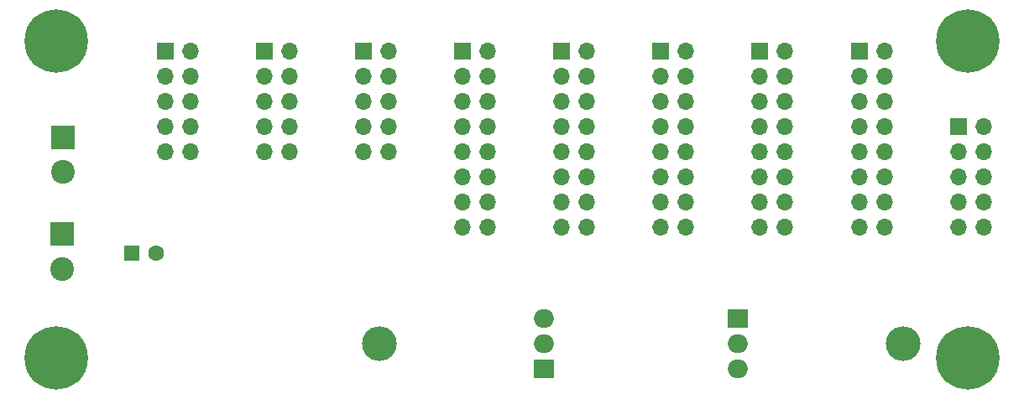
<source format=gbr>
%TF.GenerationSoftware,KiCad,Pcbnew,8.0.0*%
%TF.CreationDate,2024-09-10T09:18:46-07:00*%
%TF.ProjectId,power_v2,706f7765-725f-4763-922e-6b696361645f,rev?*%
%TF.SameCoordinates,Original*%
%TF.FileFunction,Soldermask,Bot*%
%TF.FilePolarity,Negative*%
%FSLAX46Y46*%
G04 Gerber Fmt 4.6, Leading zero omitted, Abs format (unit mm)*
G04 Created by KiCad (PCBNEW 8.0.0) date 2024-09-10 09:18:46*
%MOMM*%
%LPD*%
G01*
G04 APERTURE LIST*
%ADD10R,1.700000X1.700000*%
%ADD11O,1.700000X1.700000*%
%ADD12O,3.500000X3.500000*%
%ADD13R,2.000000X1.905000*%
%ADD14O,2.000000X1.905000*%
%ADD15C,6.400000*%
%ADD16R,1.600000X1.600000*%
%ADD17C,1.600000*%
%ADD18R,2.400000X2.400000*%
%ADD19C,2.400000*%
G04 APERTURE END LIST*
D10*
%TO.C,J7*%
X145000000Y-80000000D03*
D11*
X147540000Y-80000000D03*
X145000000Y-82540000D03*
X147540000Y-82540000D03*
X145000000Y-85080000D03*
X147540000Y-85080000D03*
X145000000Y-87620000D03*
X147540000Y-87620000D03*
X145000000Y-90160000D03*
X147540000Y-90160000D03*
X145000000Y-92700000D03*
X147540000Y-92700000D03*
X145000000Y-95240000D03*
X147540000Y-95240000D03*
X145000000Y-97780000D03*
X147540000Y-97780000D03*
%TD*%
D12*
%TO.C,U3*%
X136570000Y-109600000D03*
D13*
X153230000Y-112140000D03*
D14*
X153230000Y-109600000D03*
X153230000Y-107060000D03*
%TD*%
D15*
%TO.C,H1*%
X104000000Y-79000000D03*
%TD*%
D16*
%TO.C,C3*%
X111617621Y-100400000D03*
D17*
X114117621Y-100400000D03*
%TD*%
D18*
%TO.C,J4*%
X104600000Y-98500000D03*
D19*
X104600000Y-102000000D03*
%TD*%
D15*
%TO.C,H4*%
X196000000Y-111000000D03*
%TD*%
D10*
%TO.C,J9*%
X155000000Y-80000000D03*
D11*
X157540000Y-80000000D03*
X155000000Y-82540000D03*
X157540000Y-82540000D03*
X155000000Y-85080000D03*
X157540000Y-85080000D03*
X155000000Y-87620000D03*
X157540000Y-87620000D03*
X155000000Y-90160000D03*
X157540000Y-90160000D03*
X155000000Y-92700000D03*
X157540000Y-92700000D03*
X155000000Y-95240000D03*
X157540000Y-95240000D03*
X155000000Y-97780000D03*
X157540000Y-97780000D03*
%TD*%
D10*
%TO.C,J11*%
X165000000Y-80000000D03*
D11*
X167540000Y-80000000D03*
X165000000Y-82540000D03*
X167540000Y-82540000D03*
X165000000Y-85080000D03*
X167540000Y-85080000D03*
X165000000Y-87620000D03*
X167540000Y-87620000D03*
X165000000Y-90160000D03*
X167540000Y-90160000D03*
X165000000Y-92700000D03*
X167540000Y-92700000D03*
X165000000Y-95240000D03*
X167540000Y-95240000D03*
X165000000Y-97780000D03*
X167540000Y-97780000D03*
%TD*%
D10*
%TO.C,J10*%
X125000000Y-80000000D03*
D11*
X127540000Y-80000000D03*
X125000000Y-82540000D03*
X127540000Y-82540000D03*
X125000000Y-85080000D03*
X127540000Y-85080000D03*
X125000000Y-87620000D03*
X127540000Y-87620000D03*
X125000000Y-90160000D03*
X127540000Y-90160000D03*
%TD*%
D10*
%TO.C,J12*%
X115000000Y-80000000D03*
D11*
X117540000Y-80000000D03*
X115000000Y-82540000D03*
X117540000Y-82540000D03*
X115000000Y-85080000D03*
X117540000Y-85080000D03*
X115000000Y-87620000D03*
X117540000Y-87620000D03*
X115000000Y-90160000D03*
X117540000Y-90160000D03*
%TD*%
D10*
%TO.C,J8*%
X195000000Y-87620000D03*
D11*
X197540000Y-87620000D03*
X195000000Y-90160000D03*
X197540000Y-90160000D03*
X195000000Y-92700000D03*
X197540000Y-92700000D03*
X195000000Y-95240000D03*
X197540000Y-95240000D03*
X195000000Y-97780000D03*
X197540000Y-97780000D03*
%TD*%
D12*
%TO.C,U2*%
X189460000Y-109540000D03*
D13*
X172800000Y-107000000D03*
D14*
X172800000Y-109540000D03*
X172800000Y-112080000D03*
%TD*%
D18*
%TO.C,J5*%
X104700000Y-88750000D03*
D19*
X104700000Y-92250000D03*
%TD*%
D15*
%TO.C,H3*%
X196000000Y-79000000D03*
%TD*%
D10*
%TO.C,J15*%
X185000000Y-80000000D03*
D11*
X187540000Y-80000000D03*
X185000000Y-82540000D03*
X187540000Y-82540000D03*
X185000000Y-85080000D03*
X187540000Y-85080000D03*
X185000000Y-87620000D03*
X187540000Y-87620000D03*
X185000000Y-90160000D03*
X187540000Y-90160000D03*
X185000000Y-92700000D03*
X187540000Y-92700000D03*
X185000000Y-95240000D03*
X187540000Y-95240000D03*
X185000000Y-97780000D03*
X187540000Y-97780000D03*
%TD*%
D10*
%TO.C,J13*%
X175000000Y-80000000D03*
D11*
X177540000Y-80000000D03*
X175000000Y-82540000D03*
X177540000Y-82540000D03*
X175000000Y-85080000D03*
X177540000Y-85080000D03*
X175000000Y-87620000D03*
X177540000Y-87620000D03*
X175000000Y-90160000D03*
X177540000Y-90160000D03*
X175000000Y-92700000D03*
X177540000Y-92700000D03*
X175000000Y-95240000D03*
X177540000Y-95240000D03*
X175000000Y-97780000D03*
X177540000Y-97780000D03*
%TD*%
D15*
%TO.C,H2*%
X104000000Y-111000000D03*
%TD*%
D10*
%TO.C,J14*%
X135000000Y-80000000D03*
D11*
X137540000Y-80000000D03*
X135000000Y-82540000D03*
X137540000Y-82540000D03*
X135000000Y-85080000D03*
X137540000Y-85080000D03*
X135000000Y-87620000D03*
X137540000Y-87620000D03*
X135000000Y-90160000D03*
X137540000Y-90160000D03*
%TD*%
M02*

</source>
